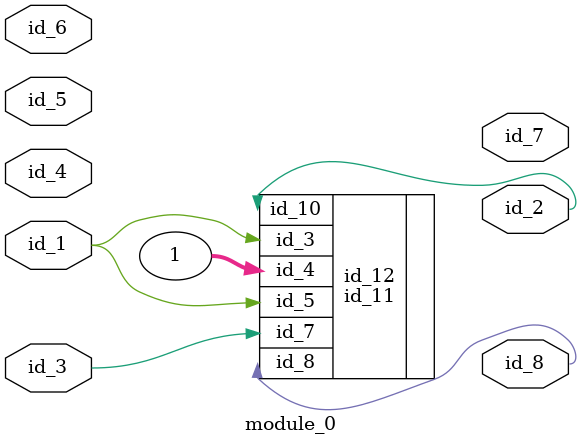
<source format=v>
`timescale 1ps / 1 ps
module module_0 (
    id_1,
    id_2,
    id_3,
    id_4,
    id_5,
    id_6,
    id_7,
    id_8
);
  output id_8;
  output id_7;
  input id_6;
  input id_5;
  input id_4;
  input id_3;
  output id_2;
  input id_1;
  id_9 id_10 (
      .id_3(id_8),
      .id_4(1),
      .id_5(id_4),
      .id_2(id_4),
      .id_5(1'h0),
      .id_3((1'd0))
  );
  id_11 id_12 (
      .id_4 (id_8),
      .id_4 (1),
      .id_10(id_2),
      .id_3 (id_1),
      .id_8 (id_8),
      .id_7 (id_3),
      .id_5 (id_1)
  );
endmodule

</source>
